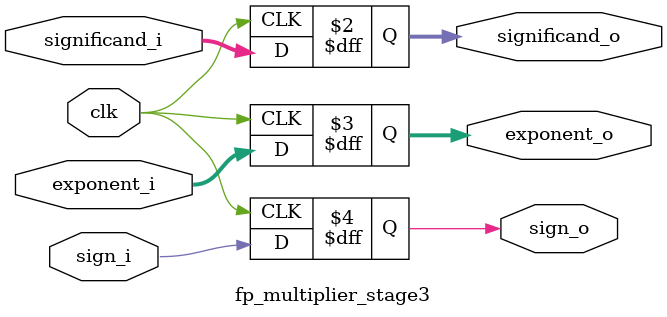
<source format=v>

module fp_multiplier_stage3
	#(parameter EXPONENT_WIDTH = 8, 
	parameter SIGNIFICAND_WIDTH = 23,
	parameter TOTAL_WIDTH = 1 + EXPONENT_WIDTH + SIGNIFICAND_WIDTH,
	parameter SIGNIFICAND_PRODUCT_WIDTH = (SIGNIFICAND_WIDTH + 1) * 2)

	(input										clk,
	input [SIGNIFICAND_PRODUCT_WIDTH + 1:0]		significand_i,
	input [EXPONENT_WIDTH - 1:0] 				exponent_i,
	input 										sign_i,
	output reg[SIGNIFICAND_PRODUCT_WIDTH + 1:0]	significand_o,
	output reg[EXPONENT_WIDTH - 1:0] 			exponent_o,
	output reg									sign_o);

	// XXX placeholder for multi-stage multiplier

	always @(posedge clk)
	begin
		significand_o 				<= #1 significand_i;
		sign_o 						<= #1 sign_i;
		exponent_o 					<= #1 exponent_i;
	end
endmodule
</source>
